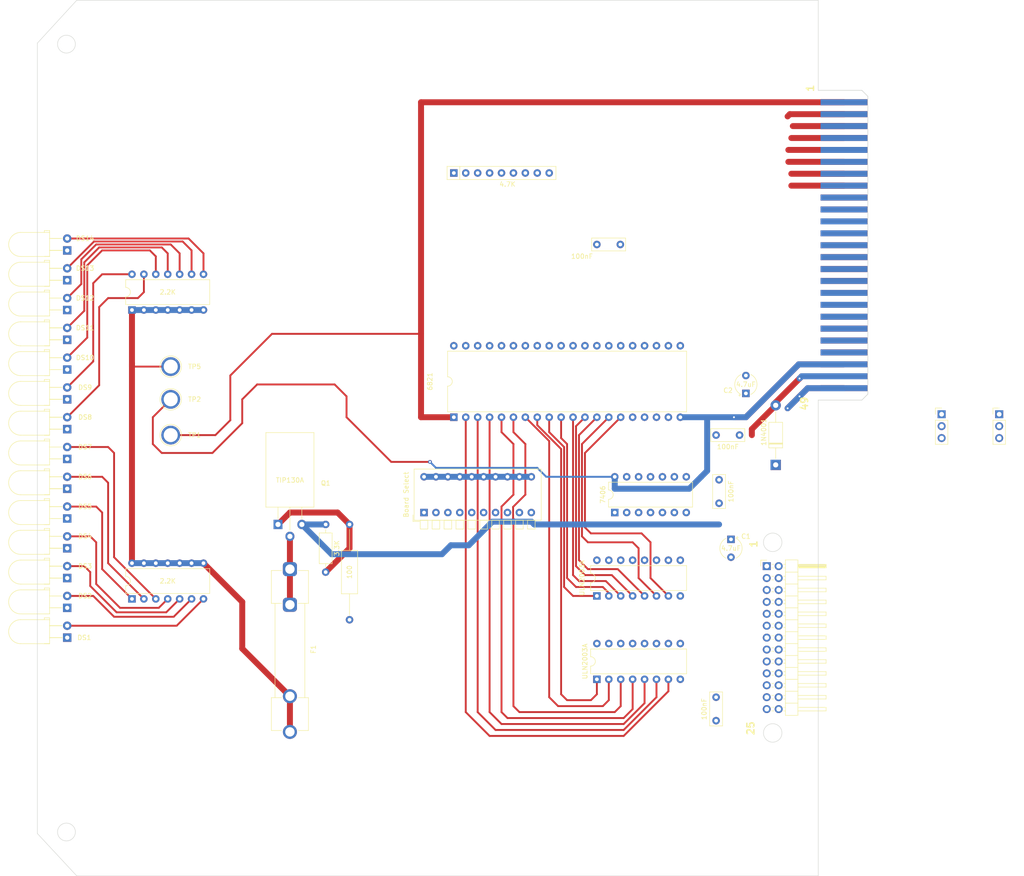
<source format=kicad_pcb>
(kicad_pcb (version 20221018) (generator pcbnew)
  (layers (0 "F.Cu" signal) (31 "B.Cu" signal) (34 "B.Paste" user) (35 "F.Paste" user) (36 "B.SilkS" user "B.Silkscreen") (37 "F.SilkS" user "F.Silkscreen") (38 "B.Mask" user) (39 "F.Mask" user) (44 "Edge.Cuts" user))
  (net 0 "")
  (net 3 "aux1_AGC")
  (net 4 "Net-(J3-Pin_2)")
  (net 5 "5vpu1")
  (net 6 "5vpu2")
  (net 11 "aux2_AGC")
  (net 20 "5vpu3")
  (net 21 "5vpu4")
  (net 23 "GND")
  (net 24 "Net-(Q1-B)")
  (net 25 "R2R_audio_AGC")
  (net 26 "BGOUT_AGC")
  (net 27 "R{slash}~{W}")
  (net 28 "~{MRST}")
  (net 29 "PHI2")
  (net 30 "-12V")
  (net 31 "12V")
  (net 32 "DBB0")
  (net 33 "DBB1")
  (net 34 "DBB2")
  (net 35 "DBB3")
  (net 36 "DBB4")
  (net 37 "DBB5")
  (net 38 "DBB6")
  (net 39 "DBB7")
  (net 40 "BA0")
  (net 41 "BA1")
  (net 42 "BA2")
  (net 43 "BA3")
  (net 44 "BS11")
  (net 45 "BS12")
  (net 46 "BS13")
  (net 47 "BS1")
  (net 48 "BS2")
  (net 49 "BS3")
  (net 50 "BS4")
  (net 51 "BS5")
  (net 52 "BS6")
  (net 53 "BS7")
  (net 54 "BS8")
  (net 55 "BS9")
  (net 56 "BS10")
  (net 57 "5V")
  (net 58 "24R")
  (net 59 "24V")
  (net 60 "Net-(DS1-A)")
  (net 61 "Net-(DS2-A)")
  (net 62 "Net-(DS3-A)")
  (net 63 "Net-(DS4-A)")
  (net 64 "Net-(DS5-A)")
  (net 65 "Net-(DS6-A)")
  (net 66 "Net-(DS7-A)")
  (net 67 "Net-(DS8-A)")
  (net 68 "Net-(DS9-A)")
  (net 69 "Net-(DS10-A)")
  (net 70 "Net-(DS11-A)")
  (net 71 "Net-(DS12-A)")
  (net 72 "Net-(DS13-A)")
  (net 73 "Net-(DS14-A)")
  (net 74 "PB6")
  (net 75 "PB7")
  (net 76 "CB2")
  (net 77 "PA0")
  (net 78 "PA1")
  (net 79 "PA2")
  (net 80 "PA3")
  (net 81 "PA4")
  (net 82 "PA5")
  (net 83 "PA6")
  (net 84 "PA7")
  (net 85 "PB0")
  (net 86 "PB1")
  (net 87 "PB2")
  (net 88 "PB3")
  (net 89 "PB4")
  (net 90 "PB5")
  (net 91 "Net-(Q1-C)")
  (net 92 "Net-(C11-Pad1)")
  (net 93 "24Vout")
  (net 94 "A0out")
  (net 95 "A1out")
  (net 96 "A2out")
  (net 97 "A3out")
  (net 98 "A4out")
  (net 99 "A5out")
  (net 100 "A6out")
  (net 101 "A7out")
  (net 102 "B0out")
  (net 103 "B1out")
  (net 104 "B2out")
  (net 105 "B3out")
  (net 106 "B4out")
  (net 107 "B5out")
  (footprint "Package_DIP:DIP-14_W7.62mm" (layer "F.Cu") (at 140.97 109.22 90)
    (fp_text reference "U13" hide)
    (fp_text value "7406")
  )
  (footprint "Capacitor_THT:C_Rect_L7.0mm_W2.5mm_P5.00mm" (layer "F.Cu") (at 163.195 102.235 -90)
    (fp_text reference "C10" hide)
    (fp_text value "100nF")
  )
  (footprint "Resistor_THT:R_Axial_DIN0207_L6.3mm_D2.5mm_P10.16mm_Horizontal" (layer "F.Cu") (at 79.375 121.92 90)
    (fp_text reference "R14" hide)
    (fp_text value "3.3K")
  )
  (footprint "TestPoint:TestPoint_Plated_Hole_D3.0mm" (layer "F.Cu") (at 46.355 78.105)
    (fp_text reference "TP5")
    (fp_text value "24" hide)
  )
  (footprint "Connector_PinHeader_2.54mm:PinHeader_1x03_P2.54mm_Vertical" (layer "F.Cu") (at 222.885 88.265)
    (fp_text reference "J4" hide)
    (fp_text value "return jumper")
  )
  (footprint "TestPoint:TestPoint_Plated_Hole_D3.0mm" (layer "F.Cu") (at 46.355 85.09)
    (fp_text reference "TP2")
    (fp_text value "+5" hide)
  )
  (footprint "Evan's parts:LED_D5.0mm_Horizontal_O3.81mm_Z15.0mm reversed" (layer "F.Cu") (at 24.3 120.65 -90)
    (fp_text reference "DS3")
    (fp_text value "LED")
  )
  (footprint "Evan's parts:LED_D5.0mm_Horizontal_O3.81mm_Z15.0mm reversed" (layer "F.Cu") (at 24.3 63.5 -90)
    (fp_text reference "DS12")
    (fp_text value "LED")
  )
  (footprint "Capacitor_THT:C_Rect_L7.0mm_W2.5mm_P5.00mm" (layer "F.Cu") (at 162.56 92.71)
    (fp_text reference "C11" hide)
    (fp_text value "100nF")
  )
  (footprint "Evan's parts:CP_Radial_Tantal_D4mm_P3.81mm" (layer "F.Cu") (at 165.735 114.935 -90)
    (fp_text reference "C1")
    (fp_text value "4.7uF")
  )
  (footprint "Connector_PinHeader_2.54mm:PinHeader_1x03_P2.54mm_Vertical" (layer "F.Cu") (at 210.615 88.265)
    (fp_text reference "J3" hide)
    (fp_text value "power jumper")
  )
  (footprint "Package_DIP:DIP-14_W7.62mm" (layer "F.Cu") (at 38.1 66.04 90)
    (fp_text reference "U2" hide)
    (fp_text value "2.2K")
  )
  (footprint "Evan's parts:LED_D5.0mm_Horizontal_O3.81mm_Z15.0mm reversed" (layer "F.Cu") (at 24.3 57.15 -90)
    (fp_text reference "DS13")
    (fp_text value "LED")
  )
  (footprint "Evan's parts:LED_D5.0mm_Horizontal_O3.81mm_Z15.0mm reversed" (layer "F.Cu") (at 24.3 82.55 -90)
    (fp_text reference "DS9")
    (fp_text value "LED")
  )
  (footprint "Resistor_THT:R_Axial_DIN0309_L9.0mm_D3.2mm_P20.32mm_Horizontal" (layer "F.Cu") (at 84.455 111.76 -90)
    (fp_text reference "R1" hide)
    (fp_text value "100")
  )
  (footprint "Capacitor_THT:C_Rect_L7.0mm_W2.5mm_P5.00mm" (layer "F.Cu") (at 162.56 148.59 -90)
    (fp_text reference "C5" hide)
    (fp_text value "100nF")
  )
  (footprint "Connector_PinHeader_2.54mm:PinHeader_2x13_P2.54mm_Horizontal" (layer "F.Cu") (at 173.355 120.65)
    (fp_text reference "J2" hide)
    (fp_text value "character connector")
  )
  (footprint "Evan's parts:LED_D5.0mm_Horizontal_O3.81mm_Z15.0mm reversed" (layer "F.Cu") (at 24.3 107.95 -90)
    (fp_text reference "DS5")
    (fp_text value "LED")
  )
  (footprint "Package_DIP:DIP-40_W15.24mm" (layer "F.Cu") (at 106.68 88.9 90)
    (fp_text reference "U7" hide)
    (fp_text value "6821")
  )
  (footprint "Evan's parts:LED_D5.0mm_Horizontal_O3.81mm_Z15.0mm reversed" (layer "F.Cu") (at 24.3 114.3 -90)
    (fp_text reference "DS4")
    (fp_text value "LED")
  )
  (footprint "Button_Switch_THT:SW_DIP_SPSTx10_Piano_10.8x26.96mm_W7.62mm_P2.54mm" (layer "F.Cu") (at 100.33 109.22 90)
    (fp_text reference "U6" hide)
    (fp_text value "Board Select")
  )
  (footprint "Capacitor_THT:C_Rect_L7.0mm_W2.5mm_P5.00mm" (layer "F.Cu") (at 137.16 52.07)
    (fp_text reference "C9" hide)
    (fp_text value "100nF")
  )
  (footprint "Package_DIP:DIP-16_W7.62mm" (layer "F.Cu") (at 137.16 127 90)
    (fp_text reference "U12" hide)
    (fp_text value "ULN2003A")
  )
  (footprint "Evan's parts:LED_D5.0mm_Horizontal_O3.81mm_Z15.0mm reversed" (layer "F.Cu") (at 24.3 76.2 -90)
    (fp_text reference "DS10")
    (fp_text value "LED")
  )
  (footprint "Evan's parts:CP_Radial_Tantal_D4mm_P3.81mm" (layer "F.Cu") (at 168.91 83.82 90)
    (fp_text reference "C2")
    (fp_text value "4.7uF")
  )
  (footprint "Evan's parts:LED_D5.0mm_Horizontal_O3.81mm_Z15.0mm reversed" (layer "F.Cu") (at 24.3 50.8 -90)
    (fp_text reference "DS14")
    (fp_text value "LED")
  )
  (footprint "Evan's parts:LED_D5.0mm_Horizontal_O3.81mm_Z15.0mm reversed" (layer "F.Cu") (at 24.3 69.85 -90)
    (fp_text reference "DS11")
    (fp_text value "LED")
  )
  (footprint "Evan's parts:LED_D5.0mm_Horizontal_O3.81mm_Z15.0mm reversed" (layer "F.Cu") (at 24.3 95.25 -90)
    (fp_text reference "DS7")
    (fp_text value "LED")
  )
  (footprint "TestPoint:TestPoint_Plated_Hole_D3.0mm" (layer "F.Cu") (at 46.355 92.71)
    (fp_text reference "TP1")
    (fp_text value "GND" hide)
  )
  (footprint "Evan's parts:Chuck_E_Cheese_small_card_edge" (layer "F.Cu") (at 189.81 21.75 90)
    (fp_text reference "J1" hide)
    (fp_text value "card edge")
    (fp_line (start -63.5 3.81) (end -63.5 -5.49) (stroke (width 0.12)) (layer "Edge.Cuts"))
    (fp_line (start -62.23 5.08) (end -63.5 3.81) (stroke (width 0.12)) (layer "Edge.Cuts"))
    (fp_line (start -62.23 5.08) (end 1.27 5.08) (stroke (width 0.12)) (layer "Edge.Cuts"))
    (fp_line (start 2.54 3.81) (end 1.27 5.08) (stroke (width 0.12)) (layer "Edge.Cuts"))
    (fp_line (start 2.54 3.81) (end 2.54 -5.49) (stroke (width 0.12)) (layer "Edge.Cuts"))
  )
  (footprint "Package_DIP:DIP-14_W7.62mm" (layer "F.Cu") (at 38.1 127.635 90)
    (fp_text reference "U1" hide)
    (fp_text value "2.2K")
  )
  (footprint "Evan's parts:LED_D5.0mm_Horizontal_O3.81mm_Z15.0mm reversed" (layer "F.Cu") (at 24.3 133.35 -90)
    (fp_text reference "DS1")
    (fp_text value "LED")
  )
  (footprint "Resistor_THT:R_Array_SIP9" (layer "F.Cu") (at 106.68 36.83)
    (fp_text reference "RN1" hide)
    (fp_text value "4.7K")
  )
  (footprint "Diode_THT:D_DO-41_SOD81_P12.70mm_Horizontal" (layer "F.Cu") (at 175.26 99.06 90)
    (fp_text reference "CR1" hide)
    (fp_text value "1N4001")
  )
  (footprint "Evan's parts:LED_D5.0mm_Horizontal_O3.81mm_Z15.0mm reversed" (layer "F.Cu") (at 24.3 127 -90)
    (fp_text reference "DS2")
    (fp_text value "LED")
  )
  (footprint "Evan's parts:LED_D5.0mm_Horizontal_O3.81mm_Z15.0mm reversed" (layer "F.Cu") (at 24.3 101.6 -90)
    (fp_text reference "DS6")
    (fp_text value "LED")
  )
  (footprint "Fuse:Fuseholder_Clip-6.3x32mm_Littelfuse_102071_Inline_P34.70x7.60mm_D2.00mm_Horizontal" (layer "F.Cu") (at 71.755 121.285 -90)
    (fp_text reference "F1")
    (fp_text value "3/4A")
  )
  (footprint "Package_TO_SOT_THT:TO-220-3_Horizontal_TabDown" (layer "F.Cu") (at 69.215 111.76)
    (fp_text reference "Q1")
    (fp_text value "TIP130A")
  )
  (footprint "Evan's parts:LED_D5.0mm_Horizontal_O3.81mm_Z15.0mm reversed" (layer "F.Cu") (at 24.3 88.9 -90)
    (fp_text reference "DS8")
    (fp_text value "LED")
  )
  (footprint "Package_DIP:DIP-16_W7.62mm" (layer "F.Cu") (at 137.16 144.77 90)
    (fp_text reference "U11" hide)
    (fp_text value "ULN2003A")
  )
  (gr_line (start 26.34 0) (end 184.32 0) (stroke (width 0.1)) (layer "Edge.Cuts"))
  (gr_line (start 184.32 19.21) (end 184.32 0) (stroke (width 0.1)) (layer "Edge.Cuts"))
  (gr_line (start 184.32 85.25) (end 184.32 186.69) (stroke (width 0.1)) (layer "Edge.Cuts"))
  (gr_line (start 17.95 177.66) (end 26.34 186.69) (stroke (width 0.1)) (layer "Edge.Cuts"))
  (gr_line (start 17.95 177.66) (end 17.95 9.14) (stroke (width 0.1)) (layer "Edge.Cuts"))
  (gr_circle (center 24.14 9.36) (end 26.04 9.36) (stroke (width 0.1)) (fill none) (layer "Edge.Cuts"))
  (gr_circle (center 24.14 177.33) (end 26.04 177.33) (stroke (width 0.1)) (fill none) (layer "Edge.Cuts"))
  (gr_circle (center 174.625 156.21) (end 176.595 156.21) (stroke (width 0.1)) (fill none) (layer "Edge.Cuts"))
  (gr_line (start 184.32 186.69) (end 26.34 186.69) (stroke (width 0.1)) (layer "Edge.Cuts"))
  (gr_circle (center 174.625 115.57) (end 176.595 115.57) (stroke (width 0.1)) (fill none) (layer "Edge.Cuts"))
  (gr_line (start 17.95 9.14) (end 26.34 0) (stroke (width 0.1)) (layer "Edge.Cuts"))
  (gr_text "1" (at 171.45 116.84 90) (layer "F.SilkS") (effects (font (size 1.5 1.5) (thickness 0.3) bold) (justify left bottom)))
  (gr_text "25" (at 170.815 156.845 90) (layer "F.SilkS") (effects (font (size 1.5 1.5) (thickness 0.3) bold) (justify left bottom)))
  (gr_text "1" (at 183.515 19.685 90) (layer "F.SilkS") (effects (font (size 1.5 1.5) (thickness 0.3) bold) (justify left bottom)))
  (gr_text "49" (at 182.245 87.63 90) (layer "F.SilkS") (effects (font (size 1.5 1.5) (thickness 0.3) bold) (justify left bottom)))
  (segment (start 123.23224 111.16724) (end 123.825 111.76) (width 1.27) (layer "B.Cu") (net 4))
  (segment (start 104.14 118.11) (end 106.045 116.205) (width 1.27) (layer "B.Cu") (net 4))
  (segment (start 74.295 111.76) (end 79.375 111.76) (width 1.27) (layer "B.Cu") (net 4))
  (segment (start 74.295 111.76) (end 80.645 118.11) (width 1.27) (layer "B.Cu") (net 4))
  (segment (start 123.825 111.76) (end 163.195 111.76) (width 1.27) (layer "B.Cu") (net 4))
  (segment (start 106.045 116.205) (end 109.855 116.205) (width 1.27) (layer "B.Cu") (net 4))
  (segment (start 109.855 116.205) (end 114.89276 111.16724) (width 1.27) (layer "B.Cu") (net 4))
  (segment (start 114.89276 111.16724) (end 123.23224 111.16724) (width 1.27) (layer "B.Cu") (net 4))
  (segment (start 80.645 118.11) (end 104.14 118.11) (width 1.27) (layer "B.Cu") (net 4))
  (segment (start 100.33 101.6) (end 123.19 101.6) (width 1.27) (layer "B.Cu") (net 20))
  (segment (start 189.81 36.99) (end 178.595 36.99) (width 1.27) (layer "F.Cu") (net 23))
  (segment (start 189.81 24.29) (end 178.275 24.29) (width 1.27) (layer "F.Cu") (net 23))
  (segment (start 46.355 92.71) (end 55.88 92.71) (width 0.4) (layer "F.Cu") (net 23))
  (segment (start 59.055 89.535) (end 59.055 80.01) (width 0.4) (layer "F.Cu") (net 23))
  (segment (start 106.68 88.9) (end 99.695 88.9) (width 1.27) (layer "F.Cu") (net 23))
  (segment (start 55.88 92.71) (end 59.055 89.535) (width 0.4) (layer "F.Cu") (net 23))
  (segment (start 189.81 29.37) (end 178.595 29.37) (width 1.27) (layer "F.Cu") (net 23))
  (segment (start 99.695 21.75) (end 189.81 21.75) (width 1.27) (layer "F.Cu") (net 23))
  (segment (start 189.81 31.91) (end 177.96 31.91) (width 1.27) (layer "F.Cu") (net 23))
  (segment (start 189.81 39.53) (end 178.595 39.53) (width 1.27) (layer "F.Cu") (net 23))
  (segment (start 189.81 26.83) (end 178.91 26.83) (width 1.27) (layer "F.Cu") (net 23))
  (segment (start 189.81 34.45) (end 177.96 34.45) (width 1.27) (layer "F.Cu") (net 23))
  (segment (start 67.945 71.12) (end 99.695 71.12) (width 0.4) (layer "F.Cu") (net 23))
  (segment (start 178.275 24.29) (end 177.8 24.765) (width 1.27) (layer "F.Cu") (net 23))
  (segment (start 99.695 88.9) (end 99.695 71.12) (width 1.27) (layer "F.Cu") (net 23))
  (segment (start 59.055 80.01) (end 67.945 71.12) (width 0.4) (layer "F.Cu") (net 23))
  (segment (start 99.695 71.12) (end 99.695 21.75) (width 1.27) (layer "F.Cu") (net 23))
  (segment (start 71.755 109.22) (end 81.915 109.22) (width 1.27) (layer "F.Cu") (net 24))
  (segment (start 81.915 109.22) (end 84.455 111.76) (width 1.27) (layer "F.Cu") (net 24))
  (segment (start 84.455 111.76) (end 84.455 116.84) (width 1.27) (layer "F.Cu") (net 24))
  (segment (start 69.215 111.76) (end 71.755 109.22) (width 1.27) (layer "F.Cu") (net 24))
  (segment (start 84.455 116.84) (end 79.375 121.92) (width 1.27) (layer "F.Cu") (net 24))
  (segment (start 189.81 77.63) (end 180.18 77.63) (width 1.27) (layer "F.Cu") (net 57))
  (segment (start 83.82 88.9) (end 93.345 98.425) (width 0.4) (layer "F.Cu") (net 57))
  (segment (start 64.77 81.915) (end 81.28 81.915) (width 0.4) (layer "F.Cu") (net 57))
  (segment (start 61.595 90.17) (end 61.595 85.09) (width 0.4) (layer "F.Cu") (net 57))
  (segment (start 46.355 85.09) (end 42.545 88.9) (width 0.4) (layer "F.Cu") (net 57))
  (segment (start 42.545 94.615) (end 44.45 96.52) (width 0.4) (layer "F.Cu") (net 57))
  (segment (start 42.545 88.9) (end 42.545 94.615) (width 0.4) (layer "F.Cu") (net 57))
  (segment (start 61.595 85.09) (end 64.77 81.915) (width 0.4) (layer "F.Cu") (net 57))
  (segment (start 81.28 81.915) (end 83.82 84.455) (width 0.4) (layer "F.Cu") (net 57))
  (segment (start 93.345 98.425) (end 101.6 98.425) (width 0.4) (layer "F.Cu") (net 57))
  (segment (start 83.82 84.455) (end 83.82 88.9) (width 0.4) (layer "F.Cu") (net 57))
  (segment (start 168.91 88.9) (end 166.37 88.9) (width 1.27) (layer "F.Cu") (net 57))
  (segment (start 180.18 77.63) (end 168.91 88.9) (width 1.27) (layer "F.Cu") (net 57))
  (segment (start 55.245 96.52) (end 61.595 90.17) (width 0.4) (layer "F.Cu") (net 57))
  (segment (start 44.45 96.52) (end 55.245 96.52) (width 0.4) (layer "F.Cu") (net 57))
  (via (at 101.6 98.425) (size 0.8) (drill 0.4) (layers "F.Cu" "B.Cu") (net 57))
  (via (at 166.37 88.9) (size 0.8) (drill 0.4) (layers "F.Cu" "B.Cu") (net 57))
  (segment (start 189.81 77.63) (end 180.18 77.63) (width 1.27) (layer "B.Cu") (net 57))
  (segment (start 102.87 99.695) (end 124.46 99.695) (width 0.4) (layer "B.Cu") (net 57))
  (segment (start 161.29 88.9) (end 160.655 88.9) (width 1.27) (layer "B.Cu") (net 57))
  (segment (start 140.97 104.14) (end 140.97 101.6) (width 1.27) (layer "B.Cu") (net 57))
  (segment (start 101.6 98.425) (end 102.87 99.695) (width 0.4) (layer "B.Cu") (net 57))
  (segment (start 156.845 104.14) (end 140.97 104.14) (width 1.27) (layer "B.Cu") (net 57))
  (segment (start 160.655 100.33) (end 159.385 101.6) (width 1.27) (layer "B.Cu") (net 57))
  (segment (start 160.655 88.9) (end 160.655 100.33) (width 1.27) (layer "B.Cu") (net 57))
  (segment (start 159.385 101.6) (end 156.845 104.14) (width 1.27) (layer "B.Cu") (net 57))
  (segment (start 124.46 99.695) (end 126.365 101.6) (width 0.4) (layer "B.Cu") (net 57))
  (segment (start 180.18 77.63) (end 168.91 88.9) (width 1.27) (layer "B.Cu") (net 57))
  (segment (start 166.37 88.9) (end 161.29 88.9) (width 1.27) (layer "B.Cu") (net 57))
  (segment (start 160.655 88.9) (end 154.94 88.9) (width 1.27) (layer "B.Cu") (net 57))
  (segment (start 126.365 101.6) (end 140.97 101.6) (width 0.4) (layer "B.Cu") (net 57))
  (segment (start 166.37 88.9) (end 168.91 88.9) (width 1.27) (layer "B.Cu") (net 57))
  (segment (start 175.26 85.725) (end 175.26 86.36) (width 1.27) (layer "F.Cu") (net 58))
  (segment (start 170.18 91.44) (end 170.18 92.71) (width 1.27) (layer "F.Cu") (net 58))
  (segment (start 180.34 80.645) (end 175.26 85.725) (width 1.27) (layer "F.Cu") (net 58))
  (segment (start 189.81 80.17) (end 180.815 80.17) (width 1.27) (layer "F.Cu") (net 58))
  (segment (start 180.815 80.17) (end 180.34 80.645) (width 1.27) (layer "F.Cu") (net 58))
  (segment (start 175.26 86.36) (end 170.18 91.44) (width 1.27) (layer "F.Cu") (net 58))
  (via (at 180.34 80.645) (size 0.8) (drill 0.4) (layers "F.Cu" "B.Cu") (net 58))
  (segment (start 180.815 80.17) (end 180.34 80.645) (width 1.27) (layer "B.Cu") (net 58))
  (segment (start 189.81 80.17) (end 180.815 80.17) (width 1.27) (layer "B.Cu") (net 58))
  (segment (start 180.34 84.455) (end 182.085 82.71) (width 1.27) (layer "F.Cu") (net 59))
  (segment (start 182.085 82.71) (end 189.81 82.71) (width 1.27) (layer "F.Cu") (net 59))
  (segment (start 177.8 86.995) (end 180.34 84.455) (width 1.27) (layer "F.Cu") (net 59))
  (via (at 180.34 84.455) (size 0.8) (drill 0.4) (layers "F.Cu" "B.Cu") (net 59))
  (via (at 177.8 86.995) (size 0.8) (drill 0.4) (layers "F.Cu" "B.Cu") (net 59))
  (segment (start 182.085 82.71) (end 189.81 82.71) (width 1.27) (layer "B.Cu") (net 59))
  (segment (start 177.8 86.995) (end 182.085 82.71) (width 1.27) (layer "B.Cu") (net 59))
  (segment (start 24.3 133.35) (end 47.625 133.35) (width 0.4) (layer "F.Cu") (net 60))
  (segment (start 47.625 133.35) (end 53.34 127.635) (width 0.4) (layer "F.Cu") (net 60))
  (segment (start 34.29 131.445) (end 29.845 127) (width 0.4) (layer "F.Cu") (net 61))
  (segment (start 50.8 127.635) (end 46.99 131.445) (width 0.4) (layer "F.Cu") (net 61))
  (segment (start 29.845 127) (end 24.3 127) (width 0.4) (layer "F.Cu") (net 61))
  (segment (start 46.99 131.445) (end 34.29 131.445) (width 0.4) (layer "F.Cu") (net 61))
  (segment (start 29.21 121.92) (end 27.94 120.65) (width 0.4) (layer "F.Cu") (net 62))
  (segment (start 29.21 124.881472) (end 29.21 121.92) (width 0.4) (layer "F.Cu") (net 62))
  (segment (start 27.94 120.65) (end 24.3 120.65) (width 0.4) (layer "F.Cu") (net 62))
  (segment (start 34.821028 130.4925) (end 29.21 124.881472) (width 0.4) (layer "F.Cu") (net 62))
  (segment (start 45.4025 130.4925) (end 34.821028 130.4925) (width 0.4) (layer "F.Cu") (net 62))
  (segment (start 48.26 127.635) (end 45.4025 130.4925) (width 0.4) (layer "F.Cu") (net 62))
  (segment (start 30.48 124.46) (end 35.56 129.54) (width 0.4) (layer "F.Cu") (net 63))
  (segment (start 43.815 129.54) (end 45.72 127.635) (width 0.4) (layer "F.Cu") (net 63))
  (segment (start 30.48 115.57) (end 30.48 124.46) (width 0.4) (layer "F.Cu") (net 63))
  (segment (start 24.3 114.3) (end 29.21 114.3) (width 0.4) (layer "F.Cu") (net 63))
  (segment (start 35.56 129.54) (end 43.815 129.54) (width 0.4) (layer "F.Cu") (net 63))
  (segment (start 29.21 114.3) (end 30.48 115.57) (width 0.4) (layer "F.Cu") (net 63))
  (segment (start 38.1 127.635) (end 31.75 121.285) (width 0.4) (layer "F.Cu") (net 64))
  (segment (start 31.75 109.22) (end 30.48 107.95) (width 0.4) (layer "F.Cu") (net 64))
  (segment (start 30.48 107.95) (end 24.3 107.95) (width 0.4) (layer "F.Cu") (net 64))
  (segment (start 31.75 121.285) (end 31.75 109.22) (width 0.4) (layer "F.Cu") (net 64))
  (segment (start 40.64 127.635) (end 33.02 120.015) (width 0.4) (layer "F.Cu") (net 65))
  (segment (start 33.02 102.87) (end 31.75 101.6) (width 0.4) (layer "F.Cu") (net 65))
  (segment (start 33.02 120.015) (end 33.02 102.87) (width 0.4) (layer "F.Cu") (net 65))
  (segment (start 31.75 101.6) (end 24.3 101.6) (width 0.4) (layer "F.Cu") (net 65))
  (segment (start 43.18 127.635) (end 34.29 118.745) (width 0.4) (layer "F.Cu") (net 66))
  (segment (start 34.29 96.52) (end 33.02 95.25) (width 0.4) (layer "F.Cu") (net 66))
  (segment (start 33.02 95.25) (end 24.3 95.25) (width 0.4) (layer "F.Cu") (net 66))
  (segment (start 34.29 118.745) (end 34.29 96.52) (width 0.4) (layer "F.Cu") (net 66))
  (segment (start 31.115 82.085) (end 24.3 88.9) (width 0.4) (layer "F.Cu") (net 67))
  (segment (start 33.02 63.5) (end 31.115 65.405) (width 0.4) (layer "F.Cu") (net 67))
  (segment (start 39.37 63.5) (end 33.02 63.5) (width 0.4) (layer "F.Cu") (net 67))
  (segment (start 40.64 62.23) (end 39.37 63.5) (width 0.4) (layer "F.Cu") (net 67))
  (segment (start 31.115 65.405) (end 31.115 82.085) (width 0.4) (layer "F.Cu") (net 67))
  (segment (start 40.64 58.42) (end 40.64 62.23) (width 0.4) (layer "F.Cu") (net 67))
  (segment (start 29.845 60.325) (end 29.845 77.005) (width 0.4) (layer "F.Cu") (net 68))
  (segment (start 29.845 77.005) (end 24.3 82.55) (width 0.4) (layer "F.Cu") (net 68))
  (segment (start 31.75 58.42) (end 29.845 60.325) (width 0.4) (layer "F.Cu") (net 68))
  (segment (start 38.1 58.42) (end 31.75 58.42) (width 0.4) (layer "F.Cu") (net 68))
  (segment (start 41.91 53.34) (end 43.18 54.61) (width 0.4) (layer "F.Cu") (net 69))
  (segment (start 28.575 71.925) (end 28.575 56.515) (width 0.4) (layer "F.Cu") (net 69))
  (segment (start 24.3 76.2) (end 28.575 71.925) (width 0.4) (layer "F.Cu") (net 69))
  (segment (start 43.18 54.61) (end 43.18 58.42) (width 0.4) (layer "F.Cu") (net 69))
  (segment (start 31.75 53.34) (end 41.91 53.34) (width 0.4) (layer "F.Cu") (net 69))
  (segment (start 28.575 56.515) (end 31.75 53.34) (width 0.4) (layer "F.Cu") (net 69))
  (segment (start 27.94 55.88) (end 31.115 52.705) (width 0.4) (layer "F.Cu") (net 70))
  (segment (start 44.45 52.705) (end 45.72 53.975) (width 0.4) (layer "F.Cu") (net 70))
  (segment (start 27.94 66.21) (end 27.94 55.88) (width 0.4) (layer "F.Cu") (net 70))
  (segment (start 31.115 52.705) (end 44.45 52.705) (width 0.4) (layer "F.Cu") (net 70))
  (segment (start 24.3 69.85) (end 27.94 66.21) (width 0.4) (layer "F.Cu") (net 70))
  (segment (start 45.72 53.975) (end 45.72 58.42) (width 0.4) (layer "F.Cu") (net 70))
  (segment (start 46.355 52.07) (end 48.26 53.975) (width 0.4) (layer "F.Cu") (net 71))
  (segment (start 27.305 55.245) (end 30.48 52.07) (width 0.4) (layer "F.Cu") (net 71))
  (segment (start 48.26 53.975) (end 48.26 58.42) (width 0.4) (layer "F.Cu") (net 71))
  (segment (start 24.3 63.5) (end 27.305 60.495) (width 0.4) (layer "F.Cu") (net 71))
  (segment (start 27.305 60.495) (end 27.305 55.245) (width 0.4) (layer "F.Cu") (net 71))
  (segment (start 30.48 52.07) (end 46.355 52.07) (width 0.4) (layer "F.Cu") (net 71))
  (segment (start 48.895 51.435) (end 50.8 53.34) (width 0.4) (layer "F.Cu") (net 72))
  (segment (start 24.3 57.15) (end 30.015 51.435) (width 0.4) (layer "F.Cu") (net 72))
  (segment (start 30.015 51.435) (end 48.895 51.435) (width 0.4) (layer "F.Cu") (net 72))
  (segment (start 50.8 53.34) (end 50.8 58.42) (width 0.4) (layer "F.Cu") (net 72))
  (segment (start 24.3 50.8) (end 50.165 50.8) (width 0.4) (layer "F.Cu") (net 73))
  (segment (start 53.34 53.975) (end 53.34 58.42) (width 0.4) (layer "F.Cu") (net 73))
  (segment (start 50.165 50.8) (end 53.34 53.975) (width 0.4) (layer "F.Cu") (net 73))
  (segment (start 109.22 151.765) (end 109.22 88.9) (width 0.4) (layer "F.Cu") (net 77))
  (segment (start 142.875 156.845) (end 114.3 156.845) (width 0.4) (layer "F.Cu") (net 77))
  (segment (start 152.4 144.78) (end 152.4 147.32) (width 0.4) (layer "F.Cu") (net 77))
  (segment (start 114.3 156.845) (end 109.22 151.765) (width 0.4) (layer "F.Cu") (net 77))
  (segment (start 152.4 147.32) (end 142.875 156.845) (width 0.4) (layer "F.Cu") (net 77))
  (segment (start 115.57 155.575) (end 111.76 151.765) (width 0.4) (layer "F.Cu") (net 78))
  (segment (start 149.86 144.78) (end 149.86 148.59) (width 0.4) (layer "F.Cu") (net 78))
  (segment (start 111.76 151.765) (end 111.76 88.9) (width 0.4) (layer "F.Cu") (net 78))
  (segment (start 142.875 155.575) (end 115.57 155.575) (width 0.4) (layer "F.Cu") (net 78))
  (segment (start 149.86 148.59) (end 142.875 155.575) (width 0.4) (layer "F.Cu") (net 78))
  (segment (start 142.875 154.305) (end 116.84 154.305) (width 0.4) (layer "F.Cu") (net 79))
  (segment (start 147.32 144.78) (end 147.32 149.86) (width 0.4) (layer "F.Cu") (net 79))
  (segment (start 114.3 151.765) (end 114.3 88.9) (width 0.4) (layer "F.Cu") (net 79))
  (segment (start 147.32 149.86) (end 142.875 154.305) (width 0.4) (layer "F.Cu") (net 79))
  (segment (start 116.84 154.305) (end 114.3 151.765) (width 0.4) (layer "F.Cu") (net 79))
  (segment (start 119.38 94.615) (end 116.84 92.075) (width 0.4) (layer "F.Cu") (net 80))
  (segment (start 142.875 153.035) (end 118.11 153.035) (width 0.4) (layer "F.Cu") (net 80))
  (segment (start 118.11 153.035) (end 116.84 151.765) (width 0.4) (layer "F.Cu") (net 80))
  (segment (start 119.38 105.41) (end 119.38 94.615) (width 0.4) (layer "F.Cu") (net 80))
  (segment (start 144.78 144.78) (end 144.78 151.13) (width 0.4) (layer "F.Cu") (net 80))
  (segment (start 144.78 151.13) (end 142.875 153.035) (width 0.4) (layer "F.Cu") (net 80))
  (segment (start 116.84 107.95) (end 119.38 105.41) (width 0.4) (layer "F.Cu") (net 80))
  (segment (start 116.84 151.765) (end 116.84 107.95) (width 0.4) (layer "F.Cu") (net 80))
  (segment (start 116.84 92.075) (end 116.84 88.9) (width 0.4) (layer "F.Cu") (net 80))
  (segment (start 140.97 151.765) (end 120.65 151.765) (width 0.4) (layer "F.Cu") (net 81))
  (segment (start 119.31 110.42) (end 119.31 108.02) (width 0.4) (layer "F.Cu") (net 81))
  (segment (start 119.38 110.49) (end 119.31 110.42) (width 0.4) (layer "F.Cu") (net 81))
  (segment (start 121.92 105.41) (end 121.92 94.615) (width 0.4) (layer "F.Cu") (net 81))
  (segment (start 119.38 92.075) (end 119.38 88.9) (width 0.4) (layer "F.Cu") (net 81))
  (segment (start 120.65 151.765) (end 119.38 150.495) (width 0.4) (layer "F.Cu") (net 81))
  (segment (start 119.31 108.02) (end 121.92 105.41) (width 0.4) (layer "F.Cu") (net 81))
  (segment (start 142.24 150.495) (end 140.97 151.765) (width 0.4) (layer "F.Cu") (net 81))
  (segment (start 142.24 144.78) (end 142.24 150.495) (width 0.4) (layer "F.Cu") (net 81))
  (segment (start 119.38 150.495) (end 119.38 110.49) (width 0.4) (layer "F.Cu") (net 81))
  (segment (start 121.92 94.615) (end 119.38 92.075) (width 0.4) (layer "F.Cu") (net 81))
  (segment (start 121.92 88.9) (end 127 93.98) (width 0.4) (layer "F.Cu") (net 82))
  (segment (start 138.43 150.495) (end 139.7 149.225) (width 0.4) (layer "F.Cu") (net 82))
  (segment (start 139.7 149.225) (end 139.7 144.78) (width 0.4) (layer "F.Cu") (net 82))
  (segment (start 127 93.98) (end 127 148.59) (width 0.4) (layer "F.Cu") (net 82))
  (segment (start 127 148.59) (end 128.905 150.495) (width 0.4) (layer "F.Cu") (net 82))
  (segment (start 128.905 150.495) (end 138.43 150.495) (width 0.4) (layer "F.Cu") (net 82))
  (segment (start 124.46 90.591472) (end 129.54 95.671472) (width 0.4) (layer "F.Cu") (net 83))
  (segment (start 130.81 149.225) (end 135.89 149.225) (width 0.4) (layer "F.Cu") (net 83))
  (segment (start 124.46 88.9) (end 124.46 90.591472) (width 0.4) (layer "F.Cu") (net 83))
  (segment (start 135.89 149.225) (end 137.16 147.955) (width 0.4) (layer "F.Cu") (net 83))
  (segment (start 137.16 147.955) (end 137.16 144.78) (width 0.4) (layer "F.Cu") (net 83))
  (segment (start 129.54 147.955) (end 130.81 149.225) (width 0.4) (layer "F.Cu") (net 83))
  (segment (start 129.54 95.671472) (end 129.54 147.955) (width 0.4) (layer "F.Cu") (net 83))
  (segment (start 130.175 95.25) (end 130.175 125.095) (width 0.4) (layer "F.Cu") (net 84))
  (segment (start 130.175 125.095) (end 132.08 127) (width 0.4) (layer "F.Cu") (net 84))
  (segment (start 127 92.075) (end 130.175 95.25) (width 0.4) (layer "F.Cu") (net 84))
  (segment (start 127 88.9) (end 127 92.075) (width 0.4) (layer "F.Cu") (net 84))
  (segment (start 132.08 127) (end 137.16 127) (width 0.4) (layer "F.Cu") (net 84))
  (segment (start 129.54 93.345) (end 130.81 94.615) (width 0.4) (layer "F.Cu") (net 85))
  (segment (start 130.81 123.19) (end 132.715 125.095) (width 0.4) (layer "F.Cu") (net 85))
  (segment (start 129.54 88.9) (end 129.54 93.345) (width 0.4) (layer "F.Cu") (net 85))
  (segment (start 130.81 94.615) (end 130.81 123.19) (width 0.4) (layer "F.Cu") (net 85))
  (segment (start 139.7 126.365) (end 139.7 127) (width 0.4) (layer "F.Cu") (net 85))
  (segment (start 132.715 125.095) (end 138.43 125.095) (width 0.4) (layer "F.Cu") (net 85))
  (segment (start 138.43 125.095) (end 139.7 126.365) (width 0.4) (layer "F.Cu") (net 85))
  (segment (start 139.065 123.825) (end 142.24 127) (width 0.4) (layer "F.Cu") (net 86))
  (segment (start 132.08 88.9) (end 132.08 122.555) (width 0.4) (layer "F.Cu") (net 86))
  (segment (start 132.08 122.555) (end 133.35 123.825) (width 0.4) (layer "F.Cu") (net 86))
  (segment (start 133.35 123.825) (end 139.065 123.825) (width 0.4) (layer "F.Cu") (net 86))
  (segment (start 132.715 90.805) (end 132.715 120.65) (width 0.4) (layer "F.Cu") (net 87))
  (segment (start 134.62 122.555) (end 140.335 122.555) (width 0.4) (layer "F.Cu") (net 87))
  (segment (start 140.335 122.555) (end 144.78 127) (width 0.4) (layer "F.Cu") (net 87))
  (segment (start 134.62 88.9) (end 132.715 90.805) (width 0.4) (layer "F.Cu") (net 87))
  (segment (start 132.715 120.65) (end 134.62 122.555) (width 0.4) (layer "F.Cu") (net 87))
  (segment (start 141.605 121.285) (end 147.32 127) (width 0.4) (layer "F.Cu") (net 88))
  (segment (start 135.255 121.285) (end 141.605 121.285) (width 0.4) (layer "F.Cu") (net 88))
  (segment (start 133.35 92.71) (end 133.35 119.38) (width 0.4) (layer "F.Cu") (net 88))
  (segment (start 133.35 119.38) (end 135.255 121.285) (width 0.4) (layer "F.Cu") (net 88))
  (segment (start 137.16 88.9) (end 133.35 92.71) (width 0.4) (layer "F.Cu") (net 88))
  (segment (start 133.985 94.615) (end 133.985 114.3) (width 0.4) (layer "F.Cu") (net 89))
  (segment (start 146.05 123.19) (end 149.86 127) (width 0.4) (layer "F.Cu") (net 89))
  (segment (start 144.78 115.57) (end 146.05 116.84) (width 0.4) (layer "F.Cu") (net 89))
  (segment (start 135.255 115.57) (end 144.78 115.57) (width 0.4) (layer "F.Cu") (net 89))
  (segment (start 139.7 88.9) (end 133.985 94.615) (width 0.4) (layer "F.Cu") (net 89))
  (segment (start 146.05 116.84) (end 146.05 123.19) (width 0.4) (layer "F.Cu") (net 89))
  (segment (start 133.985 114.3) (end 135.255 115.57) (width 0.4) (layer "F.Cu") (net 89))
  (segment (start 134.62 112.395) (end 135.89 113.665) (width 0.4) (layer "F.Cu") (net 90))
  (segment (start 135.89 113.665) (end 146.685 113.665) (width 0.4) (layer "F.Cu") (net 90))
  (segment (start 146.685 113.665) (end 148.59 115.57) (width 0.4) (layer "F.Cu") (net 90))
  (segment (start 148.59 115.57) (end 148.59 123.19) (width 0.4) (layer "F.Cu") (net 90))
  (segment (start 148.59 123.19) (end 152.4 127) (width 0.4) (layer "F.Cu") (net 90))
  (segment (start 134.62 96.52) (end 134.62 112.395) (width 0.4) (layer "F.Cu") (net 90))
  (segment (start 142.24 88.9) (end 134.62 96.52) (width 0.4) (layer "F.Cu") (net 90))
  (segment (start 71.755 114.3) (end 71.755 121.285) (width 1.27) (layer "F.Cu") (net 91))
  (segment (start 71.755 121.285) (end 71.755 128.885) (width 1.27) (layer "F.Cu") (net 91))
  (segment (start 38.1 77.47) (end 38.1 78.105) (width 1.27) (layer "F.Cu") (net 93))
  (segment (start 53.34 120.015) (end 61.595 128.27) (width 1.27) (layer "F.Cu") (net 93))
  (segment (start 38.1 120.015) (end 38.1 77.47) (width 1.27) (layer "F.Cu") (net 93))
  (segment (start 71.755 148.385) (end 71.755 155.985) (width 1.27) (layer "F.Cu") (net 93))
  (segment (start 46.355 78.105) (end 38.1 78.105) (width 0.4) (layer "F.Cu") (net 93))
  (segment (start 61.595 128.27) (end 61.595 138.225) (width 1.27) (layer "F.Cu") (net 93))
  (segment (start 61.595 138.225) (end 71.755 148.385) (width 1.27) (layer "F.Cu") (net 93))
  (segment (start 38.1 66.04) (end 38.1 77.47) (width 1.27) (layer "F.Cu") (net 93))
  (segment (start 38.1 66.04) (end 53.34 66.04) (width 1.27) (layer "B.Cu") (net 93))
  (segment (start 38.1 120.015) (end 53.34 120.015) (width 1.27) (layer "B.Cu") (net 93))
)
</source>
